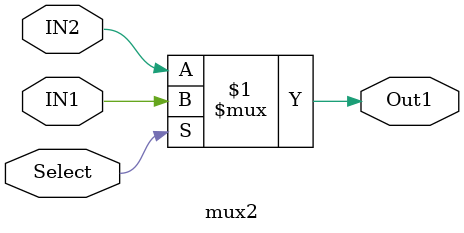
<source format=v>
module mux2 (Select, IN1, IN2, Out1);

input IN1;
input IN2;
input Select;
output Out1;

assign Out1 = (Select) ? IN1 : IN2;

endmodule

</source>
